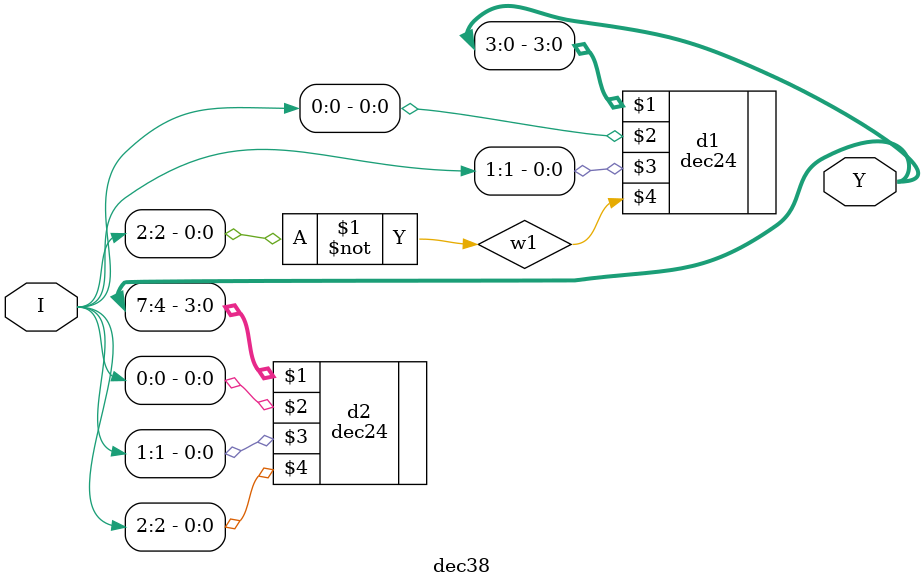
<source format=v>
module dec38 (Y,I);
output [7:0]Y;
input [2:0]I;
wire w1;
not N1 (w1,I[2]);
dec24 d1 (Y[3:0],I[0],I[1],w1);
dec24 d2 (Y[7:4],I[0],I[1],I[2]);
endmodule
</source>
